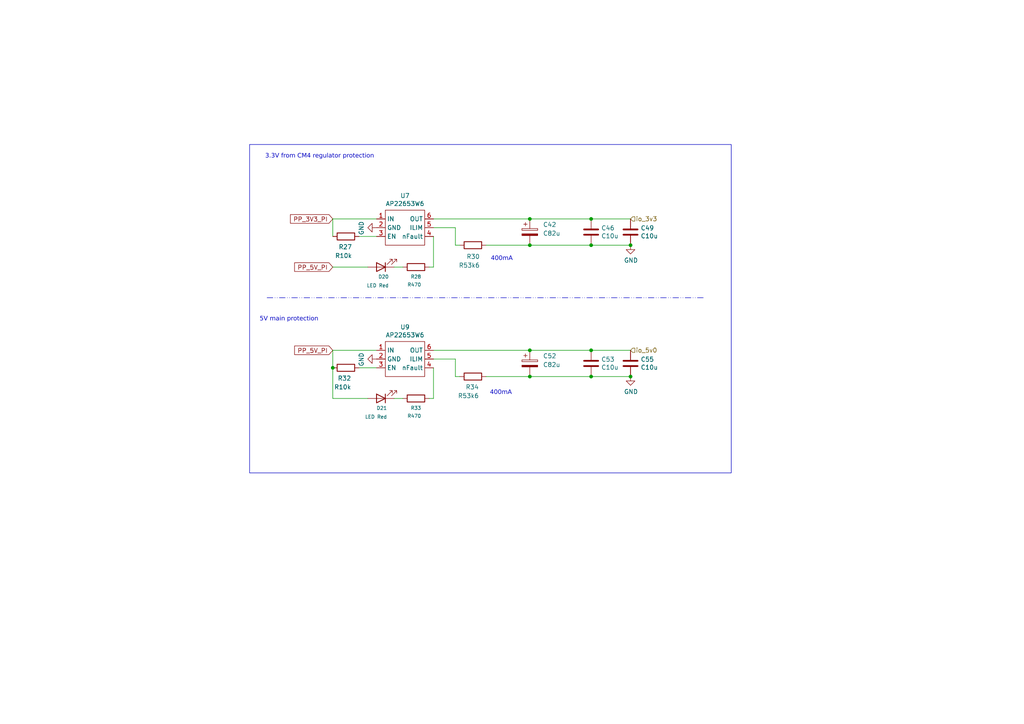
<source format=kicad_sch>
(kicad_sch (version 20231120) (generator "eeschema") (generator_version "8.0")
  (paper "A4")
  (title_block (title "Root Layout") (date "2025-02-17") (rev "2.0") (comment 1 "Matthew Guo") (comment 2 "matthew@paisleymicro.com") (comment 3 "Matthew Guo") (comment 4 "matthew@paisleymicro.com") (comment 5 "Firefly-4") (comment 6 "PAISLEY-FC-4") (comment 7 "2025") (comment 8 "Firefly Automation Controller for RPi CM4"))
  (lib_symbols
    (symbol "CM4IO:AP2553W6"
      (property "Reference" "U" (at 3.81 -6.35 0))
      (property "Value" "AP2553W6" (at -3.81 -6.35 0))
      (symbol "AP2553W6_0_0"
        (pin power_in line (at -8.89 2.54 0) (length 2.54) (name "IN") (number "1"))
        (pin power_out line (at -8.89 0 0) (length 2.54) (name "GND") (number "2"))
        (pin input line (at -8.89 -2.54 0) (length 2.54) (name "EN") (number "3"))
        (pin open_collector line (at 7.62 -2.54 180) (length 2.54) (name "nFault") (number "4"))
        (pin passive line (at 7.62 0 180) (length 2.54) (name "ILIM") (number "5"))
        (pin power_out line (at 7.62 2.54 180) (length 2.54) (name "OUT") (number "6"))
      )
      (symbol "AP2553W6_0_1"
        (rectangle (start -6.35 5.08) (end 5.08 -5.08))
      )
    )
    (symbol "Device:C" (pin_numbers hide) (pin_names (offset 0.254))
      (property "Reference" "C" (at 0.635 2.54 0))
      (property "Value" "C" (at 0.635 -2.54 0))
      (symbol "C_0_1"
        (polyline (pts (xy -2.032 -0.762) (xy 2.032 -0.762)) (stroke (width 0.508)))
        (polyline (pts (xy -2.032 0.762) (xy 2.032 0.762)) (stroke (width 0.508)))
      )
      (symbol "C_1_1"
        (pin passive line (at 0 3.81 270) (length 2.794) (name "~") (number "1"))
        (pin passive line (at 0 -3.81 90) (length 2.794) (name "~") (number "2"))
      )
    )
    (symbol "Device:C_Polarized" (pin_numbers hide) (pin_names (offset 0.254))
      (property "Reference" "C" (at 0.635 2.54 0))
      (property "Value" "C_Polarized" (at 0.635 -2.54 0))
      (symbol "C_Polarized_0_1"
        (rectangle (start -2.286 0.508) (end 2.286 1.016))
        (polyline (pts (xy -1.778 2.286) (xy -0.762 2.286)))
        (polyline (pts (xy -1.27 2.794) (xy -1.27 1.778)))
        (rectangle (start 2.286 -0.508) (end -2.286 -1.016) (fill (type outline)))
      )
      (symbol "C_Polarized_1_1"
        (pin passive line (at 0 3.81 270) (length 2.794) (name "~") (number "1"))
        (pin passive line (at 0 -3.81 90) (length 2.794) (name "~") (number "2"))
      )
    )
    (symbol "Device:LED" (pin_numbers hide) (pin_names hide)
      (property "Reference" "D" (at 0 2.54 0))
      (property "Value" "LED" (at 0 -2.54 0))
      (symbol "LED_0_1"
        (polyline (pts (xy -1.27 -1.27) (xy -1.27 1.27)) (stroke (width 0.254)))
        (polyline (pts (xy -1.27 0) (xy 1.27 0)))
        (polyline (pts (xy 1.27 -1.27) (xy 1.27 1.27) (xy -1.27 0) (xy 1.27 -1.27)) (stroke (width 0.254)))
        (polyline (pts (xy -3.048 -0.762) (xy -4.572 -2.286) (xy -3.81 -2.286) (xy -4.572 -2.286) (xy -4.572 -1.524)))
        (polyline (pts (xy -1.778 -0.762) (xy -3.302 -2.286) (xy -2.54 -2.286) (xy -3.302 -2.286) (xy -3.302 -1.524)))
      )
      (symbol "LED_1_1"
        (pin passive line (at -3.81 0 0) (length 2.54) (name "K") (number "1"))
        (pin passive line (at 3.81 0 180) (length 2.54) (name "A") (number "2"))
      )
    )
    (symbol "Device:R" (pin_numbers hide) (pin_names (offset 0))
      (property "Reference" "R" (at 2.032 0 90))
      (property "Value" "R" (at 0 0 90))
      (symbol "R_0_1"
        (rectangle (start -1.016 -2.54) (end 1.016 2.54) (stroke (width 0.254)))
      )
      (symbol "R_1_1"
        (pin passive line (at 0 3.81 270) (length 1.27) (name "~") (number "1"))
        (pin passive line (at 0 -3.81 90) (length 1.27) (name "~") (number "2"))
      )
    )
    (symbol "power:GND" (power) (pin_names (offset 0))
      (property "Value" "GND" (at 0 -3.81 0))
      (symbol "GND_0_1"
        (polyline (pts (xy 0 0) (xy 0 -1.27) (xy 1.27 -1.27) (xy 0 -2.54) (xy -1.27 -1.27) (xy 0 -1.27)))
      )
      (symbol "GND_1_1"
        (pin power_in line (at 0 0 270) (length 0) hide (name "GND") (number "1"))
      )
    )
  )
  (junction (at 96.52 106.68))
  (junction (at 182.88 71.12))
  (junction (at 171.45 101.6))
  (junction (at 153.67 63.5))
  (junction (at 182.88 109.22))
  (junction (at 153.67 101.6))
  (junction (at 171.45 63.5))
  (junction (at 171.45 109.22))
  (junction (at 171.45 71.12))
  (junction (at 153.67 109.22))
  (junction (at 153.67 71.12))
  (wire (pts (xy 171.45 63.5) (xy 153.67 63.5)))
  (wire (pts (xy 125.73 68.58) (xy 125.73 77.47)))
  (wire (pts (xy 171.45 101.6) (xy 182.88 101.6)))
  (wire (pts (xy 132.08 109.22) (xy 133.35 109.22)))
  (wire (pts (xy 114.3 77.47) (xy 116.84 77.47)))
  (polyline (pts (xy 77.47 86.36) (xy 204.47 86.36)) (stroke (width 0) (type dash_dot_dot)))
  (wire (pts (xy 124.46 77.47) (xy 125.73 77.47)))
  (wire (pts (xy 171.45 109.22) (xy 182.88 109.22)))
  (wire (pts (xy 153.67 109.22) (xy 140.97 109.22)))
  (wire (pts (xy 132.08 109.22) (xy 132.08 104.14)))
  (wire (pts (xy 104.14 106.68) (xy 109.22 106.68)))
  (wire (pts (xy 125.73 106.68) (xy 125.73 115.57)))
  (wire (pts (xy 96.52 106.68) (xy 96.52 115.57)))
  (wire (pts (xy 125.73 63.5) (xy 153.67 63.5)))
  (wire (pts (xy 171.45 63.5) (xy 182.88 63.5)))
  (wire (pts (xy 96.52 115.57) (xy 106.68 115.57)))
  (wire (pts (xy 132.08 71.12) (xy 132.08 66.04)))
  (wire (pts (xy 114.3 115.57) (xy 116.84 115.57)))
  (wire (pts (xy 171.45 71.12) (xy 182.88 71.12)))
  (wire (pts (xy 125.73 101.6) (xy 153.67 101.6)))
  (wire (pts (xy 153.67 71.12) (xy 140.97 71.12)))
  (wire (pts (xy 132.08 104.14) (xy 125.73 104.14)))
  (wire (pts (xy 96.52 106.68) (xy 96.52 101.6)))
  (wire (pts (xy 96.52 101.6) (xy 109.22 101.6)))
  (wire (pts (xy 153.67 101.6) (xy 171.45 101.6)))
  (wire (pts (xy 132.08 66.04) (xy 125.73 66.04)))
  (wire (pts (xy 96.52 77.47) (xy 106.68 77.47)))
  (wire (pts (xy 104.14 68.58) (xy 109.22 68.58)))
  (wire (pts (xy 124.46 115.57) (xy 125.73 115.57)))
  (wire (pts (xy 153.67 71.12) (xy 171.45 71.12)))
  (wire (pts (xy 96.52 63.5) (xy 109.22 63.5)))
  (wire (pts (xy 132.08 71.12) (xy 133.35 71.12)))
  (wire (pts (xy 153.67 109.22) (xy 171.45 109.22)))
  (wire (pts (xy 96.52 68.58) (xy 96.52 63.5)))
  (rectangle (start 72.39 41.91) (end 212.09 137.16))
  (text "3.3V from CM4 regulator protection" (at 92.71 45.72 0) (effects (font (size 1.27 1.27))))
  (text "5V main protection" (at 83.82 92.964 0) (effects (font (size 1.27 1.27))))
  (text "400mA" (at 145.288 114.3 0) (effects (font (size 1.27 1.27))))
  (text "400mA" (at 145.542 75.438 0) (effects (font (size 1.27 1.27))))
  (global_label "PP_3V3_PI" (shape input) (at 96.52 63.5 180) (property "Intersheetrefs" "${INTERSHEET_REFS}" (effects (hide yes))))
  (global_label "PP_5V_PI" (shape input) (at 96.52 101.6 180) (property "Intersheetrefs" "${INTERSHEET_REFS}" (effects (hide yes))))
  (global_label "PP_5V_PI" (shape input) (at 96.52 77.47 180) (property "Intersheetrefs" "${INTERSHEET_REFS}" (effects (hide yes))))
  (hierarchical_label "io_5v0" (shape input) (at 182.88 101.6 0))
  (hierarchical_label "io_3v3" (shape input) (at 182.88 63.5 0))
  (symbol (lib_id "Device:C") (at 182.88 67.31 0) (unit 1)
    (property "Reference" "C49" (at 185.801 66.1416 0) (effects (justify left)))
    (property "Value" "C10u" (at 185.801 68.453 0) (effects (justify left)))
    (property "Footprint" "Capacitor_SMD:C_0402_1005Metric" (effects (hide yes)))
  )
  (symbol (lib_id "Device:R") (at 100.33 68.58 90) (mirror x) (unit 1)
    (property "Reference" "R27" (at 102.108 71.628 90) (effects (justify left)))
    (property "Value" "R10k" (at 102.108 74.168 90) (effects (justify left)))
    (property "Footprint" "Resistor_SMD:R_0402_1005Metric" (effects (hide yes)))
  )
  (symbol (lib_id "Device:C") (at 171.45 67.31 0) (unit 1)
    (property "Reference" "C46" (at 174.371 66.1416 0) (effects (justify left)))
    (property "Value" "C10u" (at 174.371 68.453 0) (effects (justify left)))
    (property "Footprint" "Capacitor_SMD:C_0402_1005Metric" (effects (hide yes)))
  )
  (symbol (lib_id "Device:C_Polarized") (at 153.67 105.41 0) (unit 1)
    (property "Reference" "C52" (at 157.48 103.251 0) (effects (justify left)))
    (property "Value" "C82u" (at 157.48 105.791 0) (effects (justify left)))
    (property "Footprint" "Capacitor_SMD:CP_Elec_4x5.8" (effects (hide yes)))
  )
  (symbol (lib_id "Device:C") (at 171.45 105.41 0) (unit 1)
    (property "Reference" "C53" (at 174.371 104.2416 0) (effects (justify left)))
    (property "Value" "C10u" (at 174.371 106.553 0) (effects (justify left)))
    (property "Footprint" "Capacitor_SMD:C_0402_1005Metric" (effects (hide yes)))
  )
  (symbol (lib_id "Device:C_Polarized") (at 153.67 67.31 0) (unit 1)
    (property "Reference" "C42" (at 157.48 65.151 0) (effects (justify left)))
    (property "Value" "C82u" (at 157.48 67.691 0) (effects (justify left)))
    (property "Footprint" "Capacitor_SMD:CP_Elec_4x5.8" (effects (hide yes)))
  )
  (symbol (lib_id "Device:C") (at 182.88 105.41 0) (unit 1)
    (property "Reference" "C55" (at 185.801 104.2416 0) (effects (justify left)))
    (property "Value" "C10u" (at 185.801 106.553 0) (effects (justify left)))
    (property "Footprint" "Capacitor_SMD:C_0402_1005Metric" (effects (hide yes)))
  )
  (symbol (lib_id "power:GND") (at 109.22 66.04 270) (unit 1)
    (property "Reference" "#PWR034" (effects (hide yes)))
    (property "Value" "GND" (at 104.8258 66.167 0))
  )
  (symbol (lib_id "CM4IO:AP2553W6") (at 118.11 104.14 0) (unit 1)
    (property "Reference" "U9" (at 117.475 94.869 0))
    (property "Value" "AP22653W6" (at 117.475 97.1804 0))
    (property "Footprint" "Package_TO_SOT_SMD:SOT-23-6" (effects (hide yes)))
  )
  (symbol (lib_id "power:GND") (at 182.88 109.22 0) (unit 1)
    (property "Reference" "#PWR053" (effects (hide yes)))
    (property "Value" "GND" (at 183.007 113.6142 0))
  )
  (symbol (lib_id "CM4IO:AP2553W6") (at 118.11 66.04 0) (unit 1)
    (property "Reference" "U7" (at 117.475 56.769 0))
    (property "Value" "AP22653W6" (at 117.475 59.0804 0))
    (property "Footprint" "Package_TO_SOT_SMD:SOT-23-6" (effects (hide yes)))
  )
  (symbol (lib_id "Device:LED") (at 110.49 77.47 180) (unit 1)
    (property "Reference" "D20" (at 112.776 80.264 0) (effects (font (size 1 1)) (justify left)))
    (property "Value" "LED Red" (at 112.776 82.804 0) (effects (font (size 1 1)) (justify left)))
    (property "Footprint" "LED_SMD:LED_0603_1608Metric" (effects (hide yes)))
  )
  (symbol (lib_id "Device:R") (at 120.65 115.57 90) (mirror x) (unit 1)
    (property "Reference" "R33" (at 122.174 118.3386 90) (effects (font (size 1 1)) (justify left)))
    (property "Value" "R470" (at 122.174 120.65 90) (effects (font (size 1 1)) (justify left)))
    (property "Footprint" "Resistor_SMD:R_0402_1005Metric" (effects (hide yes)))
  )
  (symbol (lib_id "Device:LED") (at 110.49 115.57 180) (unit 1)
    (property "Reference" "D21" (at 112.268 118.364 0) (effects (font (size 1 1)) (justify left)))
    (property "Value" "LED Red" (at 112.268 120.904 0) (effects (font (size 1 1)) (justify left)))
    (property "Footprint" "LED_SMD:LED_0603_1608Metric" (effects (hide yes)))
  )
  (symbol (lib_id "power:GND") (at 109.22 104.14 270) (unit 1)
    (property "Reference" "#PWR041" (effects (hide yes)))
    (property "Value" "GND" (at 104.8258 104.267 0))
  )
  (symbol (lib_id "Device:R") (at 137.16 71.12 90) (mirror x) (unit 1)
    (property "Reference" "R30" (at 139.192 74.422 90) (effects (justify left)))
    (property "Value" "R53k6" (at 139.192 76.962 90) (effects (justify left)))
    (property "Footprint" "Resistor_SMD:R_0402_1005Metric" (effects (hide yes)))
  )
  (symbol (lib_id "Device:R") (at 100.33 106.68 90) (mirror x) (unit 1)
    (property "Reference" "R32" (at 101.854 109.728 90) (effects (justify left)))
    (property "Value" "R10k" (at 101.854 112.268 90) (effects (justify left)))
    (property "Footprint" "Resistor_SMD:R_0402_1005Metric" (effects (hide yes)))
  )
  (symbol (lib_id "power:GND") (at 182.88 71.12 0) (unit 1)
    (property "Reference" "#PWR045" (effects (hide yes)))
    (property "Value" "GND" (at 183.007 75.5142 0))
  )
  (symbol (lib_id "Device:R") (at 137.16 109.22 90) (mirror x) (unit 1)
    (property "Reference" "R34" (at 138.938 112.268 90) (effects (justify left)))
    (property "Value" "R53k6" (at 138.938 114.808 90) (effects (justify left)))
    (property "Footprint" "Resistor_SMD:R_0402_1005Metric" (effects (hide yes)))
  )
  (symbol (lib_id "Device:R") (at 120.65 77.47 90) (mirror x) (unit 1)
    (property "Reference" "R28" (at 122.174 80.264 90) (effects (font (size 1 1)) (justify left)))
    (property "Value" "R470" (at 122.174 82.5754 90) (effects (font (size 1 1)) (justify left)))
    (property "Footprint" "Resistor_SMD:R_0402_1005Metric" (effects (hide yes)))
  )
)
</source>
